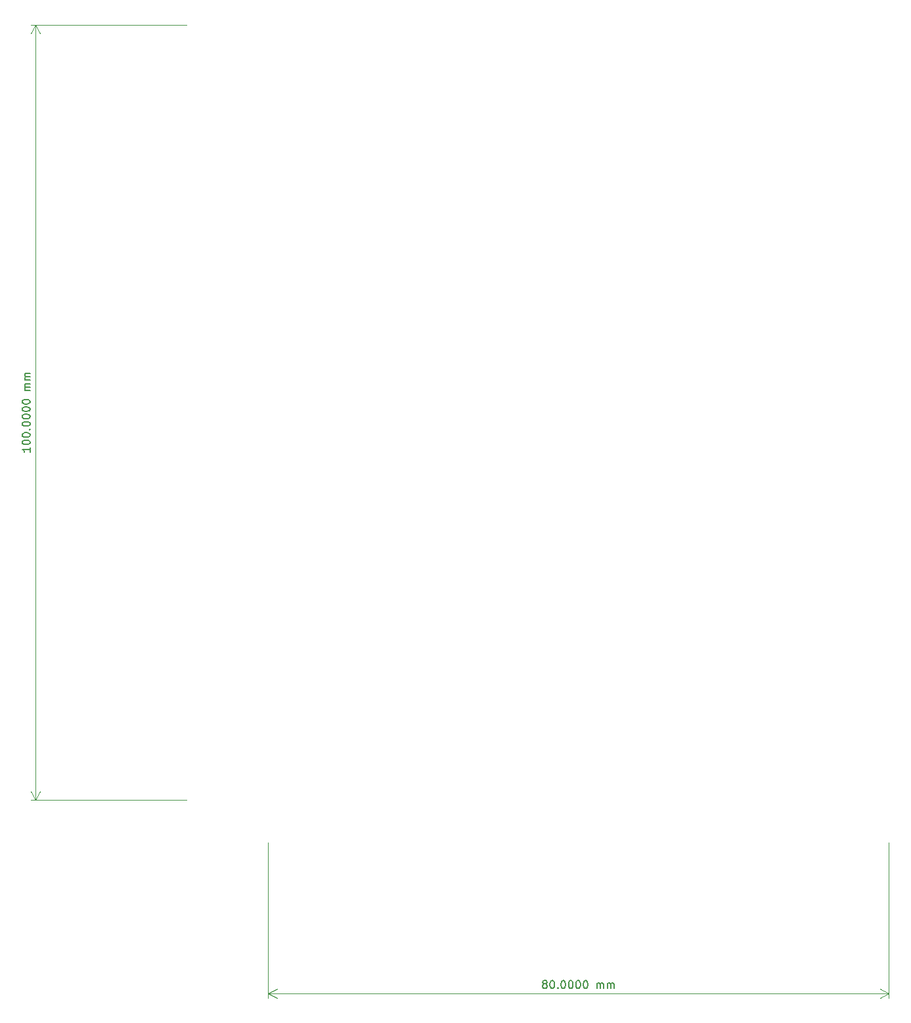
<source format=gbr>
%TF.GenerationSoftware,KiCad,Pcbnew,8.0.4*%
%TF.CreationDate,2025-08-20T08:41:13+03:00*%
%TF.ProjectId,EEG_PCB,4545475f-5043-4422-9e6b-696361645f70,rev?*%
%TF.SameCoordinates,Original*%
%TF.FileFunction,Other,User*%
%FSLAX46Y46*%
G04 Gerber Fmt 4.6, Leading zero omitted, Abs format (unit mm)*
G04 Created by KiCad (PCBNEW 8.0.4) date 2025-08-20 08:41:13*
%MOMM*%
%LPD*%
G01*
G04 APERTURE LIST*
%ADD10C,0.150000*%
%ADD11C,0.100000*%
G04 APERTURE END LIST*
D10*
X109304819Y-99523809D02*
X109304819Y-100095237D01*
X109304819Y-99809523D02*
X108304819Y-99809523D01*
X108304819Y-99809523D02*
X108447676Y-99904761D01*
X108447676Y-99904761D02*
X108542914Y-99999999D01*
X108542914Y-99999999D02*
X108590533Y-100095237D01*
X108304819Y-98904761D02*
X108304819Y-98809523D01*
X108304819Y-98809523D02*
X108352438Y-98714285D01*
X108352438Y-98714285D02*
X108400057Y-98666666D01*
X108400057Y-98666666D02*
X108495295Y-98619047D01*
X108495295Y-98619047D02*
X108685771Y-98571428D01*
X108685771Y-98571428D02*
X108923866Y-98571428D01*
X108923866Y-98571428D02*
X109114342Y-98619047D01*
X109114342Y-98619047D02*
X109209580Y-98666666D01*
X109209580Y-98666666D02*
X109257200Y-98714285D01*
X109257200Y-98714285D02*
X109304819Y-98809523D01*
X109304819Y-98809523D02*
X109304819Y-98904761D01*
X109304819Y-98904761D02*
X109257200Y-98999999D01*
X109257200Y-98999999D02*
X109209580Y-99047618D01*
X109209580Y-99047618D02*
X109114342Y-99095237D01*
X109114342Y-99095237D02*
X108923866Y-99142856D01*
X108923866Y-99142856D02*
X108685771Y-99142856D01*
X108685771Y-99142856D02*
X108495295Y-99095237D01*
X108495295Y-99095237D02*
X108400057Y-99047618D01*
X108400057Y-99047618D02*
X108352438Y-98999999D01*
X108352438Y-98999999D02*
X108304819Y-98904761D01*
X108304819Y-97952380D02*
X108304819Y-97857142D01*
X108304819Y-97857142D02*
X108352438Y-97761904D01*
X108352438Y-97761904D02*
X108400057Y-97714285D01*
X108400057Y-97714285D02*
X108495295Y-97666666D01*
X108495295Y-97666666D02*
X108685771Y-97619047D01*
X108685771Y-97619047D02*
X108923866Y-97619047D01*
X108923866Y-97619047D02*
X109114342Y-97666666D01*
X109114342Y-97666666D02*
X109209580Y-97714285D01*
X109209580Y-97714285D02*
X109257200Y-97761904D01*
X109257200Y-97761904D02*
X109304819Y-97857142D01*
X109304819Y-97857142D02*
X109304819Y-97952380D01*
X109304819Y-97952380D02*
X109257200Y-98047618D01*
X109257200Y-98047618D02*
X109209580Y-98095237D01*
X109209580Y-98095237D02*
X109114342Y-98142856D01*
X109114342Y-98142856D02*
X108923866Y-98190475D01*
X108923866Y-98190475D02*
X108685771Y-98190475D01*
X108685771Y-98190475D02*
X108495295Y-98142856D01*
X108495295Y-98142856D02*
X108400057Y-98095237D01*
X108400057Y-98095237D02*
X108352438Y-98047618D01*
X108352438Y-98047618D02*
X108304819Y-97952380D01*
X109209580Y-97190475D02*
X109257200Y-97142856D01*
X109257200Y-97142856D02*
X109304819Y-97190475D01*
X109304819Y-97190475D02*
X109257200Y-97238094D01*
X109257200Y-97238094D02*
X109209580Y-97190475D01*
X109209580Y-97190475D02*
X109304819Y-97190475D01*
X108304819Y-96523809D02*
X108304819Y-96428571D01*
X108304819Y-96428571D02*
X108352438Y-96333333D01*
X108352438Y-96333333D02*
X108400057Y-96285714D01*
X108400057Y-96285714D02*
X108495295Y-96238095D01*
X108495295Y-96238095D02*
X108685771Y-96190476D01*
X108685771Y-96190476D02*
X108923866Y-96190476D01*
X108923866Y-96190476D02*
X109114342Y-96238095D01*
X109114342Y-96238095D02*
X109209580Y-96285714D01*
X109209580Y-96285714D02*
X109257200Y-96333333D01*
X109257200Y-96333333D02*
X109304819Y-96428571D01*
X109304819Y-96428571D02*
X109304819Y-96523809D01*
X109304819Y-96523809D02*
X109257200Y-96619047D01*
X109257200Y-96619047D02*
X109209580Y-96666666D01*
X109209580Y-96666666D02*
X109114342Y-96714285D01*
X109114342Y-96714285D02*
X108923866Y-96761904D01*
X108923866Y-96761904D02*
X108685771Y-96761904D01*
X108685771Y-96761904D02*
X108495295Y-96714285D01*
X108495295Y-96714285D02*
X108400057Y-96666666D01*
X108400057Y-96666666D02*
X108352438Y-96619047D01*
X108352438Y-96619047D02*
X108304819Y-96523809D01*
X108304819Y-95571428D02*
X108304819Y-95476190D01*
X108304819Y-95476190D02*
X108352438Y-95380952D01*
X108352438Y-95380952D02*
X108400057Y-95333333D01*
X108400057Y-95333333D02*
X108495295Y-95285714D01*
X108495295Y-95285714D02*
X108685771Y-95238095D01*
X108685771Y-95238095D02*
X108923866Y-95238095D01*
X108923866Y-95238095D02*
X109114342Y-95285714D01*
X109114342Y-95285714D02*
X109209580Y-95333333D01*
X109209580Y-95333333D02*
X109257200Y-95380952D01*
X109257200Y-95380952D02*
X109304819Y-95476190D01*
X109304819Y-95476190D02*
X109304819Y-95571428D01*
X109304819Y-95571428D02*
X109257200Y-95666666D01*
X109257200Y-95666666D02*
X109209580Y-95714285D01*
X109209580Y-95714285D02*
X109114342Y-95761904D01*
X109114342Y-95761904D02*
X108923866Y-95809523D01*
X108923866Y-95809523D02*
X108685771Y-95809523D01*
X108685771Y-95809523D02*
X108495295Y-95761904D01*
X108495295Y-95761904D02*
X108400057Y-95714285D01*
X108400057Y-95714285D02*
X108352438Y-95666666D01*
X108352438Y-95666666D02*
X108304819Y-95571428D01*
X108304819Y-94619047D02*
X108304819Y-94523809D01*
X108304819Y-94523809D02*
X108352438Y-94428571D01*
X108352438Y-94428571D02*
X108400057Y-94380952D01*
X108400057Y-94380952D02*
X108495295Y-94333333D01*
X108495295Y-94333333D02*
X108685771Y-94285714D01*
X108685771Y-94285714D02*
X108923866Y-94285714D01*
X108923866Y-94285714D02*
X109114342Y-94333333D01*
X109114342Y-94333333D02*
X109209580Y-94380952D01*
X109209580Y-94380952D02*
X109257200Y-94428571D01*
X109257200Y-94428571D02*
X109304819Y-94523809D01*
X109304819Y-94523809D02*
X109304819Y-94619047D01*
X109304819Y-94619047D02*
X109257200Y-94714285D01*
X109257200Y-94714285D02*
X109209580Y-94761904D01*
X109209580Y-94761904D02*
X109114342Y-94809523D01*
X109114342Y-94809523D02*
X108923866Y-94857142D01*
X108923866Y-94857142D02*
X108685771Y-94857142D01*
X108685771Y-94857142D02*
X108495295Y-94809523D01*
X108495295Y-94809523D02*
X108400057Y-94761904D01*
X108400057Y-94761904D02*
X108352438Y-94714285D01*
X108352438Y-94714285D02*
X108304819Y-94619047D01*
X108304819Y-93666666D02*
X108304819Y-93571428D01*
X108304819Y-93571428D02*
X108352438Y-93476190D01*
X108352438Y-93476190D02*
X108400057Y-93428571D01*
X108400057Y-93428571D02*
X108495295Y-93380952D01*
X108495295Y-93380952D02*
X108685771Y-93333333D01*
X108685771Y-93333333D02*
X108923866Y-93333333D01*
X108923866Y-93333333D02*
X109114342Y-93380952D01*
X109114342Y-93380952D02*
X109209580Y-93428571D01*
X109209580Y-93428571D02*
X109257200Y-93476190D01*
X109257200Y-93476190D02*
X109304819Y-93571428D01*
X109304819Y-93571428D02*
X109304819Y-93666666D01*
X109304819Y-93666666D02*
X109257200Y-93761904D01*
X109257200Y-93761904D02*
X109209580Y-93809523D01*
X109209580Y-93809523D02*
X109114342Y-93857142D01*
X109114342Y-93857142D02*
X108923866Y-93904761D01*
X108923866Y-93904761D02*
X108685771Y-93904761D01*
X108685771Y-93904761D02*
X108495295Y-93857142D01*
X108495295Y-93857142D02*
X108400057Y-93809523D01*
X108400057Y-93809523D02*
X108352438Y-93761904D01*
X108352438Y-93761904D02*
X108304819Y-93666666D01*
X109304819Y-92142856D02*
X108638152Y-92142856D01*
X108733390Y-92142856D02*
X108685771Y-92095237D01*
X108685771Y-92095237D02*
X108638152Y-91999999D01*
X108638152Y-91999999D02*
X108638152Y-91857142D01*
X108638152Y-91857142D02*
X108685771Y-91761904D01*
X108685771Y-91761904D02*
X108781009Y-91714285D01*
X108781009Y-91714285D02*
X109304819Y-91714285D01*
X108781009Y-91714285D02*
X108685771Y-91666666D01*
X108685771Y-91666666D02*
X108638152Y-91571428D01*
X108638152Y-91571428D02*
X108638152Y-91428571D01*
X108638152Y-91428571D02*
X108685771Y-91333332D01*
X108685771Y-91333332D02*
X108781009Y-91285713D01*
X108781009Y-91285713D02*
X109304819Y-91285713D01*
X109304819Y-90809523D02*
X108638152Y-90809523D01*
X108733390Y-90809523D02*
X108685771Y-90761904D01*
X108685771Y-90761904D02*
X108638152Y-90666666D01*
X108638152Y-90666666D02*
X108638152Y-90523809D01*
X108638152Y-90523809D02*
X108685771Y-90428571D01*
X108685771Y-90428571D02*
X108781009Y-90380952D01*
X108781009Y-90380952D02*
X109304819Y-90380952D01*
X108781009Y-90380952D02*
X108685771Y-90333333D01*
X108685771Y-90333333D02*
X108638152Y-90238095D01*
X108638152Y-90238095D02*
X108638152Y-90095238D01*
X108638152Y-90095238D02*
X108685771Y-89999999D01*
X108685771Y-89999999D02*
X108781009Y-89952380D01*
X108781009Y-89952380D02*
X109304819Y-89952380D01*
D11*
X129500000Y-145000000D02*
X109413580Y-145000000D01*
X129500000Y-45000000D02*
X109413580Y-45000000D01*
X110000000Y-145000000D02*
X110000000Y-45000000D01*
X110000000Y-145000000D02*
X110000000Y-45000000D01*
X110000000Y-145000000D02*
X109413579Y-143873496D01*
X110000000Y-145000000D02*
X110586421Y-143873496D01*
X110000000Y-45000000D02*
X110586421Y-46126504D01*
X110000000Y-45000000D02*
X109413579Y-46126504D01*
D10*
X175571429Y-168733390D02*
X175476191Y-168685771D01*
X175476191Y-168685771D02*
X175428572Y-168638152D01*
X175428572Y-168638152D02*
X175380953Y-168542914D01*
X175380953Y-168542914D02*
X175380953Y-168495295D01*
X175380953Y-168495295D02*
X175428572Y-168400057D01*
X175428572Y-168400057D02*
X175476191Y-168352438D01*
X175476191Y-168352438D02*
X175571429Y-168304819D01*
X175571429Y-168304819D02*
X175761905Y-168304819D01*
X175761905Y-168304819D02*
X175857143Y-168352438D01*
X175857143Y-168352438D02*
X175904762Y-168400057D01*
X175904762Y-168400057D02*
X175952381Y-168495295D01*
X175952381Y-168495295D02*
X175952381Y-168542914D01*
X175952381Y-168542914D02*
X175904762Y-168638152D01*
X175904762Y-168638152D02*
X175857143Y-168685771D01*
X175857143Y-168685771D02*
X175761905Y-168733390D01*
X175761905Y-168733390D02*
X175571429Y-168733390D01*
X175571429Y-168733390D02*
X175476191Y-168781009D01*
X175476191Y-168781009D02*
X175428572Y-168828628D01*
X175428572Y-168828628D02*
X175380953Y-168923866D01*
X175380953Y-168923866D02*
X175380953Y-169114342D01*
X175380953Y-169114342D02*
X175428572Y-169209580D01*
X175428572Y-169209580D02*
X175476191Y-169257200D01*
X175476191Y-169257200D02*
X175571429Y-169304819D01*
X175571429Y-169304819D02*
X175761905Y-169304819D01*
X175761905Y-169304819D02*
X175857143Y-169257200D01*
X175857143Y-169257200D02*
X175904762Y-169209580D01*
X175904762Y-169209580D02*
X175952381Y-169114342D01*
X175952381Y-169114342D02*
X175952381Y-168923866D01*
X175952381Y-168923866D02*
X175904762Y-168828628D01*
X175904762Y-168828628D02*
X175857143Y-168781009D01*
X175857143Y-168781009D02*
X175761905Y-168733390D01*
X176571429Y-168304819D02*
X176666667Y-168304819D01*
X176666667Y-168304819D02*
X176761905Y-168352438D01*
X176761905Y-168352438D02*
X176809524Y-168400057D01*
X176809524Y-168400057D02*
X176857143Y-168495295D01*
X176857143Y-168495295D02*
X176904762Y-168685771D01*
X176904762Y-168685771D02*
X176904762Y-168923866D01*
X176904762Y-168923866D02*
X176857143Y-169114342D01*
X176857143Y-169114342D02*
X176809524Y-169209580D01*
X176809524Y-169209580D02*
X176761905Y-169257200D01*
X176761905Y-169257200D02*
X176666667Y-169304819D01*
X176666667Y-169304819D02*
X176571429Y-169304819D01*
X176571429Y-169304819D02*
X176476191Y-169257200D01*
X176476191Y-169257200D02*
X176428572Y-169209580D01*
X176428572Y-169209580D02*
X176380953Y-169114342D01*
X176380953Y-169114342D02*
X176333334Y-168923866D01*
X176333334Y-168923866D02*
X176333334Y-168685771D01*
X176333334Y-168685771D02*
X176380953Y-168495295D01*
X176380953Y-168495295D02*
X176428572Y-168400057D01*
X176428572Y-168400057D02*
X176476191Y-168352438D01*
X176476191Y-168352438D02*
X176571429Y-168304819D01*
X177333334Y-169209580D02*
X177380953Y-169257200D01*
X177380953Y-169257200D02*
X177333334Y-169304819D01*
X177333334Y-169304819D02*
X177285715Y-169257200D01*
X177285715Y-169257200D02*
X177333334Y-169209580D01*
X177333334Y-169209580D02*
X177333334Y-169304819D01*
X178000000Y-168304819D02*
X178095238Y-168304819D01*
X178095238Y-168304819D02*
X178190476Y-168352438D01*
X178190476Y-168352438D02*
X178238095Y-168400057D01*
X178238095Y-168400057D02*
X178285714Y-168495295D01*
X178285714Y-168495295D02*
X178333333Y-168685771D01*
X178333333Y-168685771D02*
X178333333Y-168923866D01*
X178333333Y-168923866D02*
X178285714Y-169114342D01*
X178285714Y-169114342D02*
X178238095Y-169209580D01*
X178238095Y-169209580D02*
X178190476Y-169257200D01*
X178190476Y-169257200D02*
X178095238Y-169304819D01*
X178095238Y-169304819D02*
X178000000Y-169304819D01*
X178000000Y-169304819D02*
X177904762Y-169257200D01*
X177904762Y-169257200D02*
X177857143Y-169209580D01*
X177857143Y-169209580D02*
X177809524Y-169114342D01*
X177809524Y-169114342D02*
X177761905Y-168923866D01*
X177761905Y-168923866D02*
X177761905Y-168685771D01*
X177761905Y-168685771D02*
X177809524Y-168495295D01*
X177809524Y-168495295D02*
X177857143Y-168400057D01*
X177857143Y-168400057D02*
X177904762Y-168352438D01*
X177904762Y-168352438D02*
X178000000Y-168304819D01*
X178952381Y-168304819D02*
X179047619Y-168304819D01*
X179047619Y-168304819D02*
X179142857Y-168352438D01*
X179142857Y-168352438D02*
X179190476Y-168400057D01*
X179190476Y-168400057D02*
X179238095Y-168495295D01*
X179238095Y-168495295D02*
X179285714Y-168685771D01*
X179285714Y-168685771D02*
X179285714Y-168923866D01*
X179285714Y-168923866D02*
X179238095Y-169114342D01*
X179238095Y-169114342D02*
X179190476Y-169209580D01*
X179190476Y-169209580D02*
X179142857Y-169257200D01*
X179142857Y-169257200D02*
X179047619Y-169304819D01*
X179047619Y-169304819D02*
X178952381Y-169304819D01*
X178952381Y-169304819D02*
X178857143Y-169257200D01*
X178857143Y-169257200D02*
X178809524Y-169209580D01*
X178809524Y-169209580D02*
X178761905Y-169114342D01*
X178761905Y-169114342D02*
X178714286Y-168923866D01*
X178714286Y-168923866D02*
X178714286Y-168685771D01*
X178714286Y-168685771D02*
X178761905Y-168495295D01*
X178761905Y-168495295D02*
X178809524Y-168400057D01*
X178809524Y-168400057D02*
X178857143Y-168352438D01*
X178857143Y-168352438D02*
X178952381Y-168304819D01*
X179904762Y-168304819D02*
X180000000Y-168304819D01*
X180000000Y-168304819D02*
X180095238Y-168352438D01*
X180095238Y-168352438D02*
X180142857Y-168400057D01*
X180142857Y-168400057D02*
X180190476Y-168495295D01*
X180190476Y-168495295D02*
X180238095Y-168685771D01*
X180238095Y-168685771D02*
X180238095Y-168923866D01*
X180238095Y-168923866D02*
X180190476Y-169114342D01*
X180190476Y-169114342D02*
X180142857Y-169209580D01*
X180142857Y-169209580D02*
X180095238Y-169257200D01*
X180095238Y-169257200D02*
X180000000Y-169304819D01*
X180000000Y-169304819D02*
X179904762Y-169304819D01*
X179904762Y-169304819D02*
X179809524Y-169257200D01*
X179809524Y-169257200D02*
X179761905Y-169209580D01*
X179761905Y-169209580D02*
X179714286Y-169114342D01*
X179714286Y-169114342D02*
X179666667Y-168923866D01*
X179666667Y-168923866D02*
X179666667Y-168685771D01*
X179666667Y-168685771D02*
X179714286Y-168495295D01*
X179714286Y-168495295D02*
X179761905Y-168400057D01*
X179761905Y-168400057D02*
X179809524Y-168352438D01*
X179809524Y-168352438D02*
X179904762Y-168304819D01*
X180857143Y-168304819D02*
X180952381Y-168304819D01*
X180952381Y-168304819D02*
X181047619Y-168352438D01*
X181047619Y-168352438D02*
X181095238Y-168400057D01*
X181095238Y-168400057D02*
X181142857Y-168495295D01*
X181142857Y-168495295D02*
X181190476Y-168685771D01*
X181190476Y-168685771D02*
X181190476Y-168923866D01*
X181190476Y-168923866D02*
X181142857Y-169114342D01*
X181142857Y-169114342D02*
X181095238Y-169209580D01*
X181095238Y-169209580D02*
X181047619Y-169257200D01*
X181047619Y-169257200D02*
X180952381Y-169304819D01*
X180952381Y-169304819D02*
X180857143Y-169304819D01*
X180857143Y-169304819D02*
X180761905Y-169257200D01*
X180761905Y-169257200D02*
X180714286Y-169209580D01*
X180714286Y-169209580D02*
X180666667Y-169114342D01*
X180666667Y-169114342D02*
X180619048Y-168923866D01*
X180619048Y-168923866D02*
X180619048Y-168685771D01*
X180619048Y-168685771D02*
X180666667Y-168495295D01*
X180666667Y-168495295D02*
X180714286Y-168400057D01*
X180714286Y-168400057D02*
X180761905Y-168352438D01*
X180761905Y-168352438D02*
X180857143Y-168304819D01*
X182380953Y-169304819D02*
X182380953Y-168638152D01*
X182380953Y-168733390D02*
X182428572Y-168685771D01*
X182428572Y-168685771D02*
X182523810Y-168638152D01*
X182523810Y-168638152D02*
X182666667Y-168638152D01*
X182666667Y-168638152D02*
X182761905Y-168685771D01*
X182761905Y-168685771D02*
X182809524Y-168781009D01*
X182809524Y-168781009D02*
X182809524Y-169304819D01*
X182809524Y-168781009D02*
X182857143Y-168685771D01*
X182857143Y-168685771D02*
X182952381Y-168638152D01*
X182952381Y-168638152D02*
X183095238Y-168638152D01*
X183095238Y-168638152D02*
X183190477Y-168685771D01*
X183190477Y-168685771D02*
X183238096Y-168781009D01*
X183238096Y-168781009D02*
X183238096Y-169304819D01*
X183714286Y-169304819D02*
X183714286Y-168638152D01*
X183714286Y-168733390D02*
X183761905Y-168685771D01*
X183761905Y-168685771D02*
X183857143Y-168638152D01*
X183857143Y-168638152D02*
X184000000Y-168638152D01*
X184000000Y-168638152D02*
X184095238Y-168685771D01*
X184095238Y-168685771D02*
X184142857Y-168781009D01*
X184142857Y-168781009D02*
X184142857Y-169304819D01*
X184142857Y-168781009D02*
X184190476Y-168685771D01*
X184190476Y-168685771D02*
X184285714Y-168638152D01*
X184285714Y-168638152D02*
X184428571Y-168638152D01*
X184428571Y-168638152D02*
X184523810Y-168685771D01*
X184523810Y-168685771D02*
X184571429Y-168781009D01*
X184571429Y-168781009D02*
X184571429Y-169304819D01*
D11*
X140000000Y-150500000D02*
X140000000Y-170586420D01*
X220000000Y-150500000D02*
X220000000Y-170586420D01*
X140000000Y-170000000D02*
X220000000Y-170000000D01*
X140000000Y-170000000D02*
X220000000Y-170000000D01*
X140000000Y-170000000D02*
X141126504Y-169413579D01*
X140000000Y-170000000D02*
X141126504Y-170586421D01*
X220000000Y-170000000D02*
X218873496Y-170586421D01*
X220000000Y-170000000D02*
X218873496Y-169413579D01*
M02*

</source>
